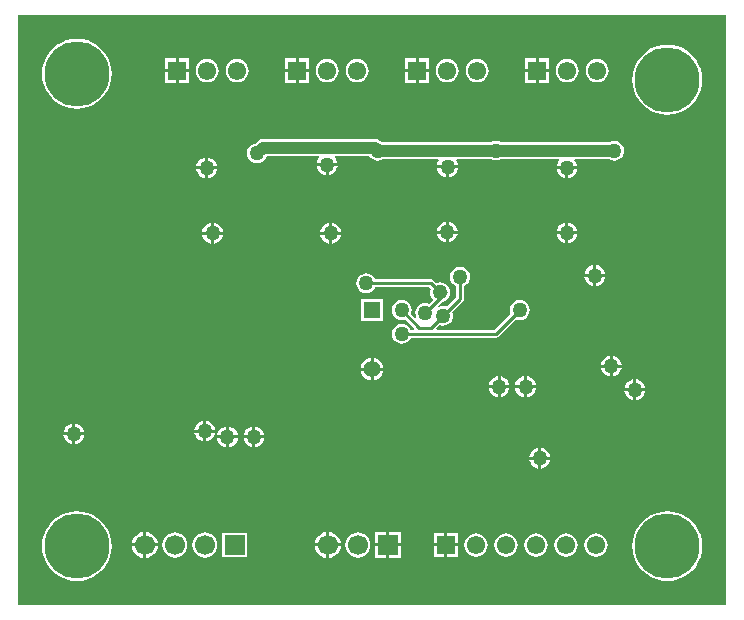
<source format=gbl>
G04*
G04 #@! TF.GenerationSoftware,Altium Limited,Altium Designer,18.1.7 (191)*
G04*
G04 Layer_Physical_Order=2*
G04 Layer_Color=16711680*
%FSLAX25Y25*%
%MOIN*%
G70*
G01*
G75*
%ADD41C,0.01000*%
%ADD42C,0.03937*%
%ADD43C,0.21654*%
%ADD44R,0.06693X0.06693*%
%ADD45C,0.06693*%
%ADD46C,0.06102*%
%ADD47R,0.06102X0.06102*%
%ADD48R,0.05512X0.05512*%
%ADD49C,0.05512*%
%ADD50C,0.05000*%
G36*
X216535Y-177165D02*
X-19685D01*
Y19685D01*
X216535D01*
Y-177165D01*
D02*
G37*
%LPC*%
G36*
X157516Y5110D02*
X153965D01*
Y1559D01*
X157516D01*
Y5110D01*
D02*
G37*
G36*
X152965D02*
X149413D01*
Y1559D01*
X152965D01*
Y5110D01*
D02*
G37*
G36*
X117516D02*
X113965D01*
Y1559D01*
X117516D01*
Y5110D01*
D02*
G37*
G36*
X112965D02*
X109413D01*
Y1559D01*
X112965D01*
Y5110D01*
D02*
G37*
G36*
X77516D02*
X73965D01*
Y1559D01*
X77516D01*
Y5110D01*
D02*
G37*
G36*
X72965D02*
X69413D01*
Y1559D01*
X72965D01*
Y5110D01*
D02*
G37*
G36*
X37516D02*
X33965D01*
Y1559D01*
X37516D01*
Y5110D01*
D02*
G37*
G36*
X32965D02*
X29413D01*
Y1559D01*
X32965D01*
Y5110D01*
D02*
G37*
G36*
X173465Y4931D02*
X172462Y4799D01*
X171529Y4412D01*
X170727Y3797D01*
X170112Y2995D01*
X169725Y2061D01*
X169593Y1059D01*
X169725Y57D01*
X170112Y-877D01*
X170727Y-1679D01*
X171529Y-2294D01*
X172462Y-2681D01*
X173465Y-2813D01*
X174467Y-2681D01*
X175400Y-2294D01*
X176202Y-1679D01*
X176818Y-877D01*
X177204Y57D01*
X177336Y1059D01*
X177204Y2061D01*
X176818Y2995D01*
X176202Y3797D01*
X175400Y4412D01*
X174467Y4799D01*
X173465Y4931D01*
D02*
G37*
G36*
X163465D02*
X162462Y4799D01*
X161529Y4412D01*
X160727Y3797D01*
X160112Y2995D01*
X159725Y2061D01*
X159593Y1059D01*
X159725Y57D01*
X160112Y-877D01*
X160727Y-1679D01*
X161529Y-2294D01*
X162462Y-2681D01*
X163465Y-2813D01*
X164467Y-2681D01*
X165400Y-2294D01*
X166202Y-1679D01*
X166818Y-877D01*
X167204Y57D01*
X167336Y1059D01*
X167204Y2061D01*
X166818Y2995D01*
X166202Y3797D01*
X165400Y4412D01*
X164467Y4799D01*
X163465Y4931D01*
D02*
G37*
G36*
X133465D02*
X132463Y4799D01*
X131529Y4412D01*
X130727Y3797D01*
X130112Y2995D01*
X129725Y2061D01*
X129593Y1059D01*
X129725Y57D01*
X130112Y-877D01*
X130727Y-1679D01*
X131529Y-2294D01*
X132463Y-2681D01*
X133465Y-2813D01*
X134467Y-2681D01*
X135400Y-2294D01*
X136202Y-1679D01*
X136818Y-877D01*
X137204Y57D01*
X137336Y1059D01*
X137204Y2061D01*
X136818Y2995D01*
X136202Y3797D01*
X135400Y4412D01*
X134467Y4799D01*
X133465Y4931D01*
D02*
G37*
G36*
X123465D02*
X122462Y4799D01*
X121529Y4412D01*
X120727Y3797D01*
X120112Y2995D01*
X119725Y2061D01*
X119593Y1059D01*
X119725Y57D01*
X120112Y-877D01*
X120727Y-1679D01*
X121529Y-2294D01*
X122462Y-2681D01*
X123465Y-2813D01*
X124467Y-2681D01*
X125400Y-2294D01*
X126202Y-1679D01*
X126818Y-877D01*
X127204Y57D01*
X127336Y1059D01*
X127204Y2061D01*
X126818Y2995D01*
X126202Y3797D01*
X125400Y4412D01*
X124467Y4799D01*
X123465Y4931D01*
D02*
G37*
G36*
X93465D02*
X92462Y4799D01*
X91529Y4412D01*
X90727Y3797D01*
X90112Y2995D01*
X89725Y2061D01*
X89593Y1059D01*
X89725Y57D01*
X90112Y-877D01*
X90727Y-1679D01*
X91529Y-2294D01*
X92462Y-2681D01*
X93465Y-2813D01*
X94467Y-2681D01*
X95400Y-2294D01*
X96202Y-1679D01*
X96818Y-877D01*
X97204Y57D01*
X97336Y1059D01*
X97204Y2061D01*
X96818Y2995D01*
X96202Y3797D01*
X95400Y4412D01*
X94467Y4799D01*
X93465Y4931D01*
D02*
G37*
G36*
X83465D02*
X82463Y4799D01*
X81529Y4412D01*
X80727Y3797D01*
X80112Y2995D01*
X79725Y2061D01*
X79593Y1059D01*
X79725Y57D01*
X80112Y-877D01*
X80727Y-1679D01*
X81529Y-2294D01*
X82463Y-2681D01*
X83465Y-2813D01*
X84467Y-2681D01*
X85400Y-2294D01*
X86202Y-1679D01*
X86818Y-877D01*
X87204Y57D01*
X87336Y1059D01*
X87204Y2061D01*
X86818Y2995D01*
X86202Y3797D01*
X85400Y4412D01*
X84467Y4799D01*
X83465Y4931D01*
D02*
G37*
G36*
X53465D02*
X52463Y4799D01*
X51529Y4412D01*
X50727Y3797D01*
X50112Y2995D01*
X49725Y2061D01*
X49593Y1059D01*
X49725Y57D01*
X50112Y-877D01*
X50727Y-1679D01*
X51529Y-2294D01*
X52463Y-2681D01*
X53465Y-2813D01*
X54467Y-2681D01*
X55400Y-2294D01*
X56202Y-1679D01*
X56818Y-877D01*
X57204Y57D01*
X57336Y1059D01*
X57204Y2061D01*
X56818Y2995D01*
X56202Y3797D01*
X55400Y4412D01*
X54467Y4799D01*
X53465Y4931D01*
D02*
G37*
G36*
X43465D02*
X42463Y4799D01*
X41529Y4412D01*
X40727Y3797D01*
X40112Y2995D01*
X39725Y2061D01*
X39593Y1059D01*
X39725Y57D01*
X40112Y-877D01*
X40727Y-1679D01*
X41529Y-2294D01*
X42463Y-2681D01*
X43465Y-2813D01*
X44467Y-2681D01*
X45400Y-2294D01*
X46202Y-1679D01*
X46818Y-877D01*
X47204Y57D01*
X47336Y1059D01*
X47204Y2061D01*
X46818Y2995D01*
X46202Y3797D01*
X45400Y4412D01*
X44467Y4799D01*
X43465Y4931D01*
D02*
G37*
G36*
X157516Y559D02*
X153965D01*
Y-2992D01*
X157516D01*
Y559D01*
D02*
G37*
G36*
X152965D02*
X149413D01*
Y-2992D01*
X152965D01*
Y559D01*
D02*
G37*
G36*
X117516D02*
X113965D01*
Y-2992D01*
X117516D01*
Y559D01*
D02*
G37*
G36*
X112965D02*
X109413D01*
Y-2992D01*
X112965D01*
Y559D01*
D02*
G37*
G36*
X77516D02*
X73965D01*
Y-2992D01*
X77516D01*
Y559D01*
D02*
G37*
G36*
X72965D02*
X69413D01*
Y-2992D01*
X72965D01*
Y559D01*
D02*
G37*
G36*
X37516D02*
X33965D01*
Y-2992D01*
X37516D01*
Y559D01*
D02*
G37*
G36*
X32965D02*
X29413D01*
Y-2992D01*
X32965D01*
Y559D01*
D02*
G37*
G36*
X0Y11650D02*
X-1822Y11507D01*
X-3600Y11080D01*
X-5289Y10380D01*
X-6848Y9425D01*
X-8238Y8238D01*
X-9425Y6848D01*
X-10380Y5289D01*
X-11080Y3600D01*
X-11507Y1822D01*
X-11650Y0D01*
X-11507Y-1822D01*
X-11080Y-3600D01*
X-10380Y-5289D01*
X-9425Y-6848D01*
X-8238Y-8238D01*
X-6848Y-9425D01*
X-5289Y-10380D01*
X-3600Y-11080D01*
X-1822Y-11507D01*
X0Y-11650D01*
X1822Y-11507D01*
X3600Y-11080D01*
X5289Y-10380D01*
X6848Y-9425D01*
X8238Y-8238D01*
X9425Y-6848D01*
X10380Y-5289D01*
X11080Y-3600D01*
X11507Y-1822D01*
X11650Y0D01*
X11507Y1822D01*
X11080Y3600D01*
X10380Y5289D01*
X9425Y6848D01*
X8238Y8238D01*
X6848Y9425D01*
X5289Y10380D01*
X3600Y11080D01*
X1822Y11507D01*
X0Y11650D01*
D02*
G37*
G36*
X196850Y9682D02*
X195028Y9538D01*
X193250Y9111D01*
X191561Y8412D01*
X190003Y7457D01*
X188613Y6269D01*
X187425Y4879D01*
X186470Y3320D01*
X185770Y1632D01*
X185344Y-146D01*
X185200Y-1969D01*
X185344Y-3791D01*
X185770Y-5569D01*
X186470Y-7258D01*
X187425Y-8816D01*
X188613Y-10206D01*
X190003Y-11394D01*
X191561Y-12349D01*
X193250Y-13048D01*
X195028Y-13475D01*
X196850Y-13619D01*
X198673Y-13475D01*
X200450Y-13048D01*
X202139Y-12349D01*
X203698Y-11394D01*
X205088Y-10206D01*
X206276Y-8816D01*
X207231Y-7258D01*
X207930Y-5569D01*
X208357Y-3791D01*
X208501Y-1969D01*
X208357Y-146D01*
X207930Y1632D01*
X207231Y3320D01*
X206276Y4879D01*
X205088Y6269D01*
X203698Y7457D01*
X202139Y8412D01*
X200450Y9111D01*
X198673Y9538D01*
X196850Y9682D01*
D02*
G37*
G36*
X99331Y-21827D02*
X62008D01*
X61288Y-21921D01*
X60618Y-22199D01*
X60042Y-22641D01*
X59331Y-23352D01*
X59181Y-23372D01*
X58381Y-23703D01*
X57695Y-24230D01*
X57168Y-24917D01*
X56837Y-25717D01*
X56724Y-26575D01*
X56837Y-27433D01*
X57168Y-28233D01*
X57695Y-28919D01*
X58381Y-29446D01*
X59181Y-29778D01*
X60039Y-29891D01*
X60898Y-29778D01*
X61697Y-29446D01*
X62384Y-28919D01*
X62911Y-28233D01*
X63242Y-27433D01*
X63248Y-27386D01*
X80726D01*
X80887Y-27886D01*
X80407Y-28510D01*
X80055Y-29362D01*
X80000Y-29776D01*
X86929D01*
X86875Y-29362D01*
X86522Y-28510D01*
X86043Y-27886D01*
X86203Y-27386D01*
X97558D01*
X98010Y-27975D01*
X98697Y-28501D01*
X99496Y-28833D01*
X100354Y-28946D01*
X101213Y-28833D01*
X102012Y-28501D01*
X102132Y-28410D01*
X120526D01*
X120772Y-28910D01*
X120565Y-29180D01*
X120212Y-30031D01*
X120158Y-30445D01*
X127086D01*
X127032Y-30031D01*
X126679Y-29180D01*
X126472Y-28910D01*
X126719Y-28410D01*
X138038D01*
X138106Y-28462D01*
X138906Y-28793D01*
X139764Y-28906D01*
X140622Y-28793D01*
X141422Y-28462D01*
X141541Y-28370D01*
X160830D01*
X160991Y-28844D01*
X160890Y-28921D01*
X160329Y-29652D01*
X159976Y-30504D01*
X159922Y-30917D01*
X166850D01*
X166796Y-30504D01*
X166443Y-29652D01*
X165882Y-28921D01*
X165781Y-28844D01*
X165942Y-28370D01*
X177305D01*
X177476Y-28501D01*
X178276Y-28833D01*
X179134Y-28946D01*
X179992Y-28833D01*
X180792Y-28501D01*
X181479Y-27975D01*
X182005Y-27288D01*
X182337Y-26488D01*
X182450Y-25630D01*
X182337Y-24772D01*
X182005Y-23972D01*
X181479Y-23285D01*
X180792Y-22758D01*
X179992Y-22427D01*
X179134Y-22314D01*
X178276Y-22427D01*
X177476Y-22758D01*
X177408Y-22811D01*
X141541D01*
X141422Y-22719D01*
X140622Y-22388D01*
X139764Y-22275D01*
X138906Y-22388D01*
X138106Y-22719D01*
X137935Y-22850D01*
X102132D01*
X102012Y-22758D01*
X101213Y-22427D01*
X100978Y-22396D01*
X100721Y-22199D01*
X100050Y-21921D01*
X99331Y-21827D01*
D02*
G37*
G36*
X43807Y-27874D02*
Y-30839D01*
X46771D01*
X46717Y-30425D01*
X46364Y-29574D01*
X45803Y-28842D01*
X45072Y-28281D01*
X44221Y-27929D01*
X43807Y-27874D01*
D02*
G37*
G36*
X42807D02*
X42393Y-27929D01*
X41542Y-28281D01*
X40811Y-28842D01*
X40250Y-29574D01*
X39897Y-30425D01*
X39843Y-30839D01*
X42807D01*
Y-27874D01*
D02*
G37*
G36*
X86929Y-30776D02*
X83965D01*
Y-33740D01*
X84378Y-33685D01*
X85230Y-33333D01*
X85961Y-32772D01*
X86522Y-32041D01*
X86875Y-31189D01*
X86929Y-30776D01*
D02*
G37*
G36*
X82965D02*
X80000D01*
X80055Y-31189D01*
X80407Y-32041D01*
X80968Y-32772D01*
X81700Y-33333D01*
X82551Y-33685D01*
X82965Y-33740D01*
Y-30776D01*
D02*
G37*
G36*
X127086Y-31445D02*
X124122D01*
Y-34409D01*
X124536Y-34355D01*
X125387Y-34002D01*
X126118Y-33441D01*
X126679Y-32710D01*
X127032Y-31859D01*
X127086Y-31445D01*
D02*
G37*
G36*
X123122D02*
X120158D01*
X120212Y-31859D01*
X120565Y-32710D01*
X121126Y-33441D01*
X121857Y-34002D01*
X122708Y-34355D01*
X123122Y-34409D01*
Y-31445D01*
D02*
G37*
G36*
X46771Y-31839D02*
X43807D01*
Y-34803D01*
X44221Y-34749D01*
X45072Y-34396D01*
X45803Y-33835D01*
X46364Y-33104D01*
X46717Y-32252D01*
X46771Y-31839D01*
D02*
G37*
G36*
X42807D02*
X39843D01*
X39897Y-32252D01*
X40250Y-33104D01*
X40811Y-33835D01*
X41542Y-34396D01*
X42393Y-34749D01*
X42807Y-34803D01*
Y-31839D01*
D02*
G37*
G36*
X166850Y-31917D02*
X163886D01*
Y-34882D01*
X164299Y-34827D01*
X165151Y-34475D01*
X165882Y-33914D01*
X166443Y-33182D01*
X166796Y-32331D01*
X166850Y-31917D01*
D02*
G37*
G36*
X162886D02*
X159922D01*
X159976Y-32331D01*
X160329Y-33182D01*
X160890Y-33914D01*
X161621Y-34475D01*
X162472Y-34827D01*
X162886Y-34882D01*
Y-31917D01*
D02*
G37*
G36*
X123965Y-49292D02*
Y-52256D01*
X126929D01*
X126874Y-51842D01*
X126522Y-50991D01*
X125961Y-50260D01*
X125230Y-49699D01*
X124378Y-49346D01*
X123965Y-49292D01*
D02*
G37*
G36*
X122965D02*
X122551Y-49346D01*
X121700Y-49699D01*
X120968Y-50260D01*
X120407Y-50991D01*
X120055Y-51842D01*
X120000Y-52256D01*
X122965D01*
Y-49292D01*
D02*
G37*
G36*
X163886Y-49606D02*
Y-52571D01*
X166850D01*
X166796Y-52157D01*
X166443Y-51306D01*
X165882Y-50575D01*
X165151Y-50014D01*
X164299Y-49661D01*
X163886Y-49606D01*
D02*
G37*
G36*
X162886D02*
X162472Y-49661D01*
X161621Y-50014D01*
X160890Y-50575D01*
X160329Y-51306D01*
X159976Y-52157D01*
X159922Y-52571D01*
X162886D01*
Y-49606D01*
D02*
G37*
G36*
X85146Y-49685D02*
Y-52650D01*
X88110D01*
X88056Y-52236D01*
X87703Y-51385D01*
X87142Y-50653D01*
X86411Y-50092D01*
X85559Y-49740D01*
X85146Y-49685D01*
D02*
G37*
G36*
X84146D02*
X83732Y-49740D01*
X82881Y-50092D01*
X82149Y-50653D01*
X81588Y-51385D01*
X81236Y-52236D01*
X81181Y-52650D01*
X84146D01*
Y-49685D01*
D02*
G37*
G36*
X45776D02*
Y-52650D01*
X48740D01*
X48686Y-52236D01*
X48333Y-51385D01*
X47772Y-50653D01*
X47041Y-50092D01*
X46189Y-49740D01*
X45776Y-49685D01*
D02*
G37*
G36*
X44776D02*
X44362Y-49740D01*
X43510Y-50092D01*
X42779Y-50653D01*
X42218Y-51385D01*
X41866Y-52236D01*
X41811Y-52650D01*
X44776D01*
Y-49685D01*
D02*
G37*
G36*
X126929Y-53256D02*
X123965D01*
Y-56220D01*
X124378Y-56166D01*
X125230Y-55813D01*
X125961Y-55252D01*
X126522Y-54521D01*
X126874Y-53670D01*
X126929Y-53256D01*
D02*
G37*
G36*
X122965D02*
X120000D01*
X120055Y-53670D01*
X120407Y-54521D01*
X120968Y-55252D01*
X121700Y-55813D01*
X122551Y-56166D01*
X122965Y-56220D01*
Y-53256D01*
D02*
G37*
G36*
X166850Y-53571D02*
X163886D01*
Y-56535D01*
X164299Y-56481D01*
X165151Y-56128D01*
X165882Y-55567D01*
X166443Y-54836D01*
X166796Y-53984D01*
X166850Y-53571D01*
D02*
G37*
G36*
X162886D02*
X159922D01*
X159976Y-53984D01*
X160329Y-54836D01*
X160890Y-55567D01*
X161621Y-56128D01*
X162472Y-56481D01*
X162886Y-56535D01*
Y-53571D01*
D02*
G37*
G36*
X88110Y-53650D02*
X85146D01*
Y-56614D01*
X85559Y-56559D01*
X86411Y-56207D01*
X87142Y-55646D01*
X87703Y-54915D01*
X88056Y-54063D01*
X88110Y-53650D01*
D02*
G37*
G36*
X84146D02*
X81181D01*
X81236Y-54063D01*
X81588Y-54915D01*
X82149Y-55646D01*
X82881Y-56207D01*
X83732Y-56559D01*
X84146Y-56614D01*
Y-53650D01*
D02*
G37*
G36*
X48740D02*
X45776D01*
Y-56614D01*
X46189Y-56559D01*
X47041Y-56207D01*
X47772Y-55646D01*
X48333Y-54915D01*
X48686Y-54063D01*
X48740Y-53650D01*
D02*
G37*
G36*
X44776D02*
X41811D01*
X41866Y-54063D01*
X42218Y-54915D01*
X42779Y-55646D01*
X43510Y-56207D01*
X44362Y-56559D01*
X44776Y-56614D01*
Y-53650D01*
D02*
G37*
G36*
X173197Y-63839D02*
Y-66803D01*
X176161D01*
X176107Y-66390D01*
X175754Y-65538D01*
X175193Y-64807D01*
X174462Y-64246D01*
X173610Y-63893D01*
X173197Y-63839D01*
D02*
G37*
G36*
X172197D02*
X171783Y-63893D01*
X170932Y-64246D01*
X170201Y-64807D01*
X169640Y-65538D01*
X169287Y-66390D01*
X169232Y-66803D01*
X172197D01*
Y-63839D01*
D02*
G37*
G36*
X176161Y-67803D02*
X173197D01*
Y-70767D01*
X173610Y-70713D01*
X174462Y-70360D01*
X175193Y-69799D01*
X175754Y-69068D01*
X176107Y-68217D01*
X176161Y-67803D01*
D02*
G37*
G36*
X172197D02*
X169232D01*
X169287Y-68217D01*
X169640Y-69068D01*
X170201Y-69799D01*
X170932Y-70360D01*
X171783Y-70713D01*
X172197Y-70767D01*
Y-67803D01*
D02*
G37*
G36*
X127756Y-64361D02*
X126898Y-64474D01*
X126098Y-64806D01*
X125411Y-65333D01*
X124884Y-66019D01*
X124553Y-66819D01*
X124440Y-67677D01*
X124553Y-68535D01*
X124884Y-69335D01*
X125411Y-70022D01*
X126098Y-70549D01*
X126443Y-70692D01*
Y-74456D01*
X123251Y-77649D01*
X122905Y-77506D01*
X122047Y-77393D01*
X121189Y-77506D01*
X120736Y-77693D01*
X120453Y-77270D01*
X121649Y-76073D01*
X121921Y-76037D01*
X122721Y-75706D01*
X123408Y-75179D01*
X123934Y-74493D01*
X124266Y-73693D01*
X124379Y-72835D01*
X124266Y-71977D01*
X123934Y-71177D01*
X123408Y-70490D01*
X122721Y-69963D01*
X121921Y-69632D01*
X121063Y-69519D01*
X120205Y-69632D01*
X119860Y-69775D01*
X119038Y-68954D01*
X118613Y-68669D01*
X118110Y-68569D01*
X99471D01*
X99328Y-68224D01*
X98801Y-67537D01*
X98115Y-67010D01*
X97315Y-66679D01*
X96457Y-66566D01*
X95599Y-66679D01*
X94799Y-67010D01*
X94112Y-67537D01*
X93585Y-68224D01*
X93254Y-69024D01*
X93141Y-69882D01*
X93254Y-70740D01*
X93585Y-71540D01*
X94112Y-72227D01*
X94799Y-72753D01*
X95599Y-73085D01*
X96457Y-73198D01*
X97315Y-73085D01*
X98115Y-72753D01*
X98801Y-72227D01*
X99328Y-71540D01*
X99471Y-71194D01*
X117567D01*
X118003Y-71631D01*
X117860Y-71977D01*
X117747Y-72835D01*
X117860Y-73693D01*
X118192Y-74493D01*
X118718Y-75179D01*
X118725Y-75284D01*
X117345Y-76665D01*
X117000Y-76522D01*
X116142Y-76409D01*
X115284Y-76522D01*
X114484Y-76853D01*
X113797Y-77380D01*
X113270Y-78066D01*
X112939Y-78866D01*
X112826Y-79724D01*
X112939Y-80583D01*
X113127Y-81036D01*
X112703Y-81319D01*
X111327Y-79943D01*
X111470Y-79598D01*
X111583Y-78740D01*
X111470Y-77882D01*
X111139Y-77082D01*
X110612Y-76395D01*
X109925Y-75868D01*
X109126Y-75537D01*
X108267Y-75424D01*
X107409Y-75537D01*
X106610Y-75868D01*
X105923Y-76395D01*
X105396Y-77082D01*
X105065Y-77882D01*
X104952Y-78740D01*
X105065Y-79598D01*
X105396Y-80398D01*
X105923Y-81085D01*
X106610Y-81612D01*
X107409Y-81943D01*
X108267Y-82056D01*
X109126Y-81943D01*
X109471Y-81800D01*
X112511Y-84840D01*
X112319Y-85302D01*
X111282D01*
X111139Y-84956D01*
X110612Y-84270D01*
X109926Y-83743D01*
X109126Y-83411D01*
X108268Y-83298D01*
X107410Y-83411D01*
X106610Y-83743D01*
X105923Y-84270D01*
X105396Y-84956D01*
X105065Y-85756D01*
X104952Y-86614D01*
X105065Y-87472D01*
X105396Y-88272D01*
X105923Y-88959D01*
X106610Y-89486D01*
X107410Y-89817D01*
X108268Y-89930D01*
X109126Y-89817D01*
X109926Y-89486D01*
X110612Y-88959D01*
X111139Y-88272D01*
X111282Y-87927D01*
X139764D01*
X140266Y-87827D01*
X140692Y-87542D01*
X146434Y-81800D01*
X146780Y-81943D01*
X147638Y-82056D01*
X148496Y-81943D01*
X149296Y-81612D01*
X149982Y-81085D01*
X150509Y-80398D01*
X150841Y-79598D01*
X150954Y-78740D01*
X150841Y-77882D01*
X150509Y-77082D01*
X149982Y-76396D01*
X149296Y-75869D01*
X148496Y-75537D01*
X147638Y-75424D01*
X146780Y-75537D01*
X145980Y-75869D01*
X145293Y-76396D01*
X144766Y-77082D01*
X144435Y-77882D01*
X144322Y-78740D01*
X144435Y-79598D01*
X144578Y-79944D01*
X139220Y-85302D01*
X119964D01*
X119773Y-84840D01*
X120844Y-83768D01*
X121189Y-83912D01*
X122047Y-84024D01*
X122905Y-83912D01*
X123705Y-83580D01*
X124392Y-83053D01*
X124919Y-82367D01*
X125250Y-81567D01*
X125363Y-80709D01*
X125250Y-79851D01*
X125107Y-79505D01*
X128684Y-75928D01*
X128969Y-75502D01*
X129069Y-75000D01*
Y-70692D01*
X129414Y-70549D01*
X130101Y-70022D01*
X130627Y-69335D01*
X130959Y-68535D01*
X131072Y-67677D01*
X130959Y-66819D01*
X130627Y-66019D01*
X130101Y-65333D01*
X129414Y-64806D01*
X128614Y-64474D01*
X127756Y-64361D01*
D02*
G37*
G36*
X101969Y-75197D02*
X94882D01*
Y-82284D01*
X101969D01*
Y-75197D01*
D02*
G37*
G36*
X178650Y-93977D02*
Y-96941D01*
X181614D01*
X181560Y-96527D01*
X181207Y-95676D01*
X180646Y-94945D01*
X179915Y-94384D01*
X179063Y-94031D01*
X178650Y-93977D01*
D02*
G37*
G36*
X177650D02*
X177236Y-94031D01*
X176384Y-94384D01*
X175653Y-94945D01*
X175092Y-95676D01*
X174740Y-96527D01*
X174685Y-96941D01*
X177650D01*
Y-93977D01*
D02*
G37*
G36*
X98925Y-94703D02*
Y-97925D01*
X102148D01*
X102084Y-97445D01*
X101706Y-96531D01*
X101104Y-95746D01*
X100319Y-95144D01*
X99406Y-94766D01*
X98925Y-94703D01*
D02*
G37*
G36*
X97925Y-94703D02*
X97445Y-94766D01*
X96531Y-95144D01*
X95746Y-95746D01*
X95144Y-96531D01*
X94766Y-97445D01*
X94703Y-97925D01*
X97925D01*
Y-94703D01*
D02*
G37*
G36*
X181614Y-97941D02*
X178650D01*
Y-100905D01*
X179063Y-100851D01*
X179915Y-100498D01*
X180646Y-99937D01*
X181207Y-99206D01*
X181560Y-98355D01*
X181614Y-97941D01*
D02*
G37*
G36*
X177650D02*
X174685D01*
X174740Y-98355D01*
X175092Y-99206D01*
X175653Y-99937D01*
X176384Y-100498D01*
X177236Y-100851D01*
X177650Y-100905D01*
Y-97941D01*
D02*
G37*
G36*
X97925Y-98925D02*
X94703D01*
X94766Y-99406D01*
X95144Y-100319D01*
X95746Y-101104D01*
X96531Y-101706D01*
X97445Y-102084D01*
X97925Y-102148D01*
Y-98925D01*
D02*
G37*
G36*
X102148D02*
X98925D01*
Y-102148D01*
X99406Y-102084D01*
X100319Y-101706D01*
X101104Y-101104D01*
X101706Y-100319D01*
X102084Y-99406D01*
X102148Y-98925D01*
D02*
G37*
G36*
X150106Y-100866D02*
Y-103831D01*
X153071D01*
X153016Y-103417D01*
X152664Y-102566D01*
X152102Y-101834D01*
X151371Y-101274D01*
X150520Y-100921D01*
X150106Y-100866D01*
D02*
G37*
G36*
X149106D02*
X148693Y-100921D01*
X147841Y-101274D01*
X147110Y-101834D01*
X146549Y-102566D01*
X146196Y-103417D01*
X146142Y-103831D01*
X149106D01*
Y-100866D01*
D02*
G37*
G36*
X141248D02*
Y-103831D01*
X144212D01*
X144158Y-103417D01*
X143805Y-102566D01*
X143244Y-101834D01*
X142513Y-101274D01*
X141662Y-100921D01*
X141248Y-100866D01*
D02*
G37*
G36*
X140248D02*
X139834Y-100921D01*
X138983Y-101274D01*
X138252Y-101834D01*
X137691Y-102566D01*
X137338Y-103417D01*
X137284Y-103831D01*
X140248D01*
Y-100866D01*
D02*
G37*
G36*
X186523Y-101850D02*
Y-104815D01*
X189488D01*
X189433Y-104401D01*
X189081Y-103550D01*
X188520Y-102819D01*
X187788Y-102258D01*
X186937Y-101905D01*
X186523Y-101850D01*
D02*
G37*
G36*
X185523D02*
X185110Y-101905D01*
X184258Y-102258D01*
X183527Y-102819D01*
X182966Y-103550D01*
X182613Y-104401D01*
X182559Y-104815D01*
X185523D01*
Y-101850D01*
D02*
G37*
G36*
X153071Y-104831D02*
X150106D01*
Y-107795D01*
X150520Y-107741D01*
X151371Y-107388D01*
X152102Y-106827D01*
X152664Y-106096D01*
X153016Y-105244D01*
X153071Y-104831D01*
D02*
G37*
G36*
X149106D02*
X146142D01*
X146196Y-105244D01*
X146549Y-106096D01*
X147110Y-106827D01*
X147841Y-107388D01*
X148693Y-107741D01*
X149106Y-107795D01*
Y-104831D01*
D02*
G37*
G36*
X144212D02*
X141248D01*
Y-107795D01*
X141662Y-107741D01*
X142513Y-107388D01*
X143244Y-106827D01*
X143805Y-106096D01*
X144158Y-105244D01*
X144212Y-104831D01*
D02*
G37*
G36*
X140248D02*
X137284D01*
X137338Y-105244D01*
X137691Y-106096D01*
X138252Y-106827D01*
X138983Y-107388D01*
X139834Y-107741D01*
X140248Y-107795D01*
Y-104831D01*
D02*
G37*
G36*
X189488Y-105815D02*
X186523D01*
Y-108779D01*
X186937Y-108725D01*
X187788Y-108372D01*
X188520Y-107811D01*
X189081Y-107080D01*
X189433Y-106228D01*
X189488Y-105815D01*
D02*
G37*
G36*
X185523D02*
X182559D01*
X182613Y-106228D01*
X182966Y-107080D01*
X183527Y-107811D01*
X184258Y-108372D01*
X185110Y-108725D01*
X185523Y-108779D01*
Y-105815D01*
D02*
G37*
G36*
X43177Y-115630D02*
Y-118595D01*
X46142D01*
X46087Y-118181D01*
X45734Y-117329D01*
X45173Y-116598D01*
X44442Y-116037D01*
X43591Y-115685D01*
X43177Y-115630D01*
D02*
G37*
G36*
X42177D02*
X41763Y-115685D01*
X40912Y-116037D01*
X40181Y-116598D01*
X39620Y-117329D01*
X39267Y-118181D01*
X39213Y-118595D01*
X42177D01*
Y-115630D01*
D02*
G37*
G36*
X-484Y-116614D02*
Y-119579D01*
X2480D01*
X2426Y-119165D01*
X2073Y-118314D01*
X1512Y-117582D01*
X781Y-117022D01*
X-71Y-116669D01*
X-484Y-116614D01*
D02*
G37*
G36*
X-1484D02*
X-1898Y-116669D01*
X-2749Y-117022D01*
X-3480Y-117582D01*
X-4042Y-118314D01*
X-4394Y-119165D01*
X-4449Y-119579D01*
X-1484D01*
Y-116614D01*
D02*
G37*
G36*
X59555Y-117599D02*
Y-120563D01*
X62520D01*
X62465Y-120149D01*
X62112Y-119298D01*
X61551Y-118567D01*
X60820Y-118006D01*
X59969Y-117653D01*
X59555Y-117599D01*
D02*
G37*
G36*
X58555D02*
X58141Y-117653D01*
X57290Y-118006D01*
X56559Y-118567D01*
X55998Y-119298D01*
X55645Y-120149D01*
X55591Y-120563D01*
X58555D01*
Y-117599D01*
D02*
G37*
G36*
X50697Y-117599D02*
Y-120563D01*
X53661D01*
X53607Y-120149D01*
X53254Y-119298D01*
X52693Y-118567D01*
X51962Y-118006D01*
X51111Y-117653D01*
X50697Y-117599D01*
D02*
G37*
G36*
X49697D02*
X49283Y-117653D01*
X48432Y-118006D01*
X47701Y-118567D01*
X47140Y-119298D01*
X46787Y-120149D01*
X46733Y-120563D01*
X49697D01*
Y-117599D01*
D02*
G37*
G36*
X46142Y-119595D02*
X43177D01*
Y-122559D01*
X43591Y-122504D01*
X44442Y-122152D01*
X45173Y-121591D01*
X45734Y-120860D01*
X46087Y-120008D01*
X46142Y-119595D01*
D02*
G37*
G36*
X42177D02*
X39213D01*
X39267Y-120008D01*
X39620Y-120860D01*
X40181Y-121591D01*
X40912Y-122152D01*
X41763Y-122504D01*
X42177Y-122559D01*
Y-119595D01*
D02*
G37*
G36*
X2480Y-120579D02*
X-484D01*
Y-123543D01*
X-71Y-123489D01*
X781Y-123136D01*
X1512Y-122575D01*
X2073Y-121844D01*
X2426Y-120992D01*
X2480Y-120579D01*
D02*
G37*
G36*
X-1484D02*
X-4449D01*
X-4394Y-120992D01*
X-4042Y-121844D01*
X-3480Y-122575D01*
X-2749Y-123136D01*
X-1898Y-123489D01*
X-1484Y-123543D01*
Y-120579D01*
D02*
G37*
G36*
X62520Y-121563D02*
X59555D01*
Y-124527D01*
X59969Y-124473D01*
X60820Y-124120D01*
X61551Y-123559D01*
X62112Y-122828D01*
X62465Y-121977D01*
X62520Y-121563D01*
D02*
G37*
G36*
X58555D02*
X55591D01*
X55645Y-121977D01*
X55998Y-122828D01*
X56559Y-123559D01*
X57290Y-124120D01*
X58141Y-124473D01*
X58555Y-124527D01*
Y-121563D01*
D02*
G37*
G36*
X53661Y-121563D02*
X50697D01*
Y-124527D01*
X51111Y-124473D01*
X51962Y-124120D01*
X52693Y-123559D01*
X53254Y-122828D01*
X53607Y-121977D01*
X53661Y-121563D01*
D02*
G37*
G36*
X49697D02*
X46733D01*
X46787Y-121977D01*
X47140Y-122828D01*
X47701Y-123559D01*
X48432Y-124120D01*
X49283Y-124473D01*
X49697Y-124527D01*
Y-121563D01*
D02*
G37*
G36*
X154831Y-124685D02*
Y-127650D01*
X157795D01*
X157741Y-127236D01*
X157388Y-126384D01*
X156827Y-125653D01*
X156096Y-125092D01*
X155244Y-124740D01*
X154831Y-124685D01*
D02*
G37*
G36*
X153831D02*
X153417Y-124740D01*
X152566Y-125092D01*
X151834Y-125653D01*
X151274Y-126384D01*
X150921Y-127236D01*
X150866Y-127650D01*
X153831D01*
Y-124685D01*
D02*
G37*
G36*
X157795Y-128650D02*
X154831D01*
Y-131614D01*
X155244Y-131560D01*
X156096Y-131207D01*
X156827Y-130646D01*
X157388Y-129915D01*
X157741Y-129063D01*
X157795Y-128650D01*
D02*
G37*
G36*
X153831D02*
X150866D01*
X150921Y-129063D01*
X151274Y-129915D01*
X151834Y-130646D01*
X152566Y-131207D01*
X153417Y-131560D01*
X153831Y-131614D01*
Y-128650D01*
D02*
G37*
G36*
X127122Y-153035D02*
X123571D01*
Y-156587D01*
X127122D01*
Y-153035D01*
D02*
G37*
G36*
X122571D02*
X119020D01*
Y-156587D01*
X122571D01*
Y-153035D01*
D02*
G37*
G36*
X108047Y-152740D02*
X104201D01*
Y-156587D01*
X108047D01*
Y-152740D01*
D02*
G37*
G36*
X84201Y-152769D02*
Y-156587D01*
X88019D01*
X87935Y-155952D01*
X87497Y-154895D01*
X86801Y-153987D01*
X85893Y-153290D01*
X84835Y-152852D01*
X84201Y-152769D01*
D02*
G37*
G36*
X83201Y-152769D02*
X82566Y-152852D01*
X81509Y-153290D01*
X80601Y-153987D01*
X79904Y-154895D01*
X79466Y-155952D01*
X79383Y-156587D01*
X83201D01*
Y-152769D01*
D02*
G37*
G36*
X103201Y-152740D02*
X99354D01*
Y-156587D01*
X103201D01*
Y-152740D01*
D02*
G37*
G36*
X23177Y-152769D02*
Y-156587D01*
X26995D01*
X26912Y-155952D01*
X26474Y-154895D01*
X25777Y-153987D01*
X24869Y-153290D01*
X23812Y-152852D01*
X23177Y-152769D01*
D02*
G37*
G36*
X22177Y-152769D02*
X21542Y-152852D01*
X20485Y-153290D01*
X19577Y-153987D01*
X18881Y-154895D01*
X18443Y-155952D01*
X18359Y-156587D01*
X22177D01*
Y-152769D01*
D02*
G37*
G36*
X173071Y-153215D02*
X172069Y-153347D01*
X171135Y-153734D01*
X170333Y-154349D01*
X169718Y-155151D01*
X169331Y-156085D01*
X169199Y-157087D01*
X169331Y-158089D01*
X169718Y-159022D01*
X170333Y-159824D01*
X171135Y-160440D01*
X172069Y-160826D01*
X173071Y-160958D01*
X174073Y-160826D01*
X175007Y-160440D01*
X175809Y-159824D01*
X176424Y-159022D01*
X176811Y-158089D01*
X176943Y-157087D01*
X176811Y-156085D01*
X176424Y-155151D01*
X175809Y-154349D01*
X175007Y-153734D01*
X174073Y-153347D01*
X173071Y-153215D01*
D02*
G37*
G36*
X163071D02*
X162069Y-153347D01*
X161135Y-153734D01*
X160333Y-154349D01*
X159718Y-155151D01*
X159331Y-156085D01*
X159199Y-157087D01*
X159331Y-158089D01*
X159718Y-159022D01*
X160333Y-159824D01*
X161135Y-160440D01*
X162069Y-160826D01*
X163071Y-160958D01*
X164073Y-160826D01*
X165007Y-160440D01*
X165809Y-159824D01*
X166424Y-159022D01*
X166811Y-158089D01*
X166943Y-157087D01*
X166811Y-156085D01*
X166424Y-155151D01*
X165809Y-154349D01*
X165007Y-153734D01*
X164073Y-153347D01*
X163071Y-153215D01*
D02*
G37*
G36*
X153071D02*
X152069Y-153347D01*
X151135Y-153734D01*
X150333Y-154349D01*
X149718Y-155151D01*
X149331Y-156085D01*
X149199Y-157087D01*
X149331Y-158089D01*
X149718Y-159022D01*
X150333Y-159824D01*
X151135Y-160440D01*
X152069Y-160826D01*
X153071Y-160958D01*
X154073Y-160826D01*
X155007Y-160440D01*
X155809Y-159824D01*
X156424Y-159022D01*
X156811Y-158089D01*
X156943Y-157087D01*
X156811Y-156085D01*
X156424Y-155151D01*
X155809Y-154349D01*
X155007Y-153734D01*
X154073Y-153347D01*
X153071Y-153215D01*
D02*
G37*
G36*
X143071D02*
X142069Y-153347D01*
X141135Y-153734D01*
X140333Y-154349D01*
X139718Y-155151D01*
X139331Y-156085D01*
X139199Y-157087D01*
X139331Y-158089D01*
X139718Y-159022D01*
X140333Y-159824D01*
X141135Y-160440D01*
X142069Y-160826D01*
X143071Y-160958D01*
X144073Y-160826D01*
X145007Y-160440D01*
X145809Y-159824D01*
X146424Y-159022D01*
X146811Y-158089D01*
X146943Y-157087D01*
X146811Y-156085D01*
X146424Y-155151D01*
X145809Y-154349D01*
X145007Y-153734D01*
X144073Y-153347D01*
X143071Y-153215D01*
D02*
G37*
G36*
X133071D02*
X132069Y-153347D01*
X131135Y-153734D01*
X130333Y-154349D01*
X129718Y-155151D01*
X129331Y-156085D01*
X129199Y-157087D01*
X129331Y-158089D01*
X129718Y-159022D01*
X130333Y-159824D01*
X131135Y-160440D01*
X132069Y-160826D01*
X133071Y-160958D01*
X134073Y-160826D01*
X135007Y-160440D01*
X135809Y-159824D01*
X136424Y-159022D01*
X136811Y-158089D01*
X136943Y-157087D01*
X136811Y-156085D01*
X136424Y-155151D01*
X135809Y-154349D01*
X135007Y-153734D01*
X134073Y-153347D01*
X133071Y-153215D01*
D02*
G37*
G36*
X127122Y-157587D02*
X123571D01*
Y-161138D01*
X127122D01*
Y-157587D01*
D02*
G37*
G36*
X122571D02*
X119020D01*
Y-161138D01*
X122571D01*
Y-157587D01*
D02*
G37*
G36*
X56811Y-152953D02*
X48543D01*
Y-161221D01*
X56811D01*
Y-152953D01*
D02*
G37*
G36*
X42677Y-152917D02*
X41598Y-153059D01*
X40592Y-153476D01*
X39729Y-154138D01*
X39066Y-155002D01*
X38650Y-156008D01*
X38508Y-157087D01*
X38650Y-158166D01*
X39066Y-159171D01*
X39729Y-160035D01*
X40592Y-160697D01*
X41598Y-161114D01*
X42677Y-161256D01*
X43756Y-161114D01*
X44762Y-160697D01*
X45625Y-160035D01*
X46288Y-159171D01*
X46705Y-158166D01*
X46847Y-157087D01*
X46705Y-156008D01*
X46288Y-155002D01*
X45625Y-154138D01*
X44762Y-153476D01*
X43756Y-153059D01*
X42677Y-152917D01*
D02*
G37*
G36*
X32677D02*
X31598Y-153059D01*
X30592Y-153476D01*
X29729Y-154138D01*
X29066Y-155002D01*
X28650Y-156008D01*
X28508Y-157087D01*
X28650Y-158166D01*
X29066Y-159171D01*
X29729Y-160035D01*
X30592Y-160697D01*
X31598Y-161114D01*
X32677Y-161256D01*
X33756Y-161114D01*
X34762Y-160697D01*
X35625Y-160035D01*
X36288Y-159171D01*
X36705Y-158166D01*
X36847Y-157087D01*
X36705Y-156008D01*
X36288Y-155002D01*
X35625Y-154138D01*
X34762Y-153476D01*
X33756Y-153059D01*
X32677Y-152917D01*
D02*
G37*
G36*
X93701Y-152917D02*
X92622Y-153059D01*
X91616Y-153476D01*
X90753Y-154138D01*
X90090Y-155002D01*
X89673Y-156008D01*
X89531Y-157087D01*
X89673Y-158166D01*
X90090Y-159171D01*
X90753Y-160035D01*
X91616Y-160697D01*
X92622Y-161114D01*
X93701Y-161256D01*
X94780Y-161114D01*
X95786Y-160697D01*
X96649Y-160035D01*
X97312Y-159171D01*
X97728Y-158166D01*
X97870Y-157087D01*
X97728Y-156008D01*
X97312Y-155002D01*
X96649Y-154138D01*
X95786Y-153476D01*
X94780Y-153059D01*
X93701Y-152917D01*
D02*
G37*
G36*
X22177Y-157587D02*
X18359D01*
X18443Y-158221D01*
X18881Y-159279D01*
X19577Y-160187D01*
X20485Y-160883D01*
X21542Y-161321D01*
X22177Y-161405D01*
Y-157587D01*
D02*
G37*
G36*
X26995D02*
X23177D01*
Y-161405D01*
X23812Y-161321D01*
X24869Y-160883D01*
X25777Y-160187D01*
X26474Y-159279D01*
X26912Y-158221D01*
X26995Y-157587D01*
D02*
G37*
G36*
X88019Y-157587D02*
X84201D01*
Y-161405D01*
X84835Y-161321D01*
X85893Y-160883D01*
X86801Y-160187D01*
X87497Y-159279D01*
X87935Y-158221D01*
X88019Y-157587D01*
D02*
G37*
G36*
X83201D02*
X79383D01*
X79466Y-158221D01*
X79904Y-159279D01*
X80601Y-160187D01*
X81509Y-160883D01*
X82566Y-161321D01*
X83201Y-161405D01*
Y-157587D01*
D02*
G37*
G36*
X108047D02*
X104201D01*
Y-161433D01*
X108047D01*
Y-157587D01*
D02*
G37*
G36*
X103201D02*
X99354D01*
Y-161433D01*
X103201D01*
Y-157587D01*
D02*
G37*
G36*
X196850Y-145830D02*
X195028Y-145974D01*
X193250Y-146400D01*
X191561Y-147100D01*
X190003Y-148055D01*
X188613Y-149242D01*
X187425Y-150633D01*
X186470Y-152191D01*
X185770Y-153880D01*
X185344Y-155658D01*
X185200Y-157480D01*
X185344Y-159303D01*
X185770Y-161080D01*
X186470Y-162769D01*
X187425Y-164328D01*
X188613Y-165718D01*
X190003Y-166905D01*
X191561Y-167861D01*
X193250Y-168560D01*
X195028Y-168987D01*
X196850Y-169130D01*
X198673Y-168987D01*
X200450Y-168560D01*
X202139Y-167861D01*
X203698Y-166905D01*
X205088Y-165718D01*
X206276Y-164328D01*
X207231Y-162769D01*
X207930Y-161080D01*
X208357Y-159303D01*
X208501Y-157480D01*
X208357Y-155658D01*
X207930Y-153880D01*
X207231Y-152191D01*
X206276Y-150633D01*
X205088Y-149242D01*
X203698Y-148055D01*
X202139Y-147100D01*
X200450Y-146400D01*
X198673Y-145974D01*
X196850Y-145830D01*
D02*
G37*
G36*
X0D02*
X-1822Y-145974D01*
X-3600Y-146400D01*
X-5289Y-147100D01*
X-6848Y-148055D01*
X-8238Y-149242D01*
X-9425Y-150633D01*
X-10380Y-152191D01*
X-11080Y-153880D01*
X-11507Y-155658D01*
X-11650Y-157480D01*
X-11507Y-159303D01*
X-11080Y-161080D01*
X-10380Y-162769D01*
X-9425Y-164328D01*
X-8238Y-165718D01*
X-6848Y-166905D01*
X-5289Y-167861D01*
X-3600Y-168560D01*
X-1822Y-168987D01*
X0Y-169130D01*
X1822Y-168987D01*
X3600Y-168560D01*
X5289Y-167861D01*
X6848Y-166905D01*
X8238Y-165718D01*
X9425Y-164328D01*
X10380Y-162769D01*
X11080Y-161080D01*
X11507Y-159303D01*
X11650Y-157480D01*
X11507Y-155658D01*
X11080Y-153880D01*
X10380Y-152191D01*
X9425Y-150633D01*
X8238Y-149242D01*
X6848Y-148055D01*
X5289Y-147100D01*
X3600Y-146400D01*
X1822Y-145974D01*
X0Y-145830D01*
D02*
G37*
%LPD*%
D41*
X139764Y-86614D02*
X147638Y-78740D01*
X108268Y-86614D02*
X139764D01*
X116142Y-79724D02*
X123031Y-72835D01*
X118110Y-84646D02*
X122047Y-80709D01*
X108267Y-78740D02*
X114173Y-84646D01*
X118110D01*
X122047Y-80709D02*
X127756Y-75000D01*
X118110Y-69882D02*
X121063Y-72835D01*
X96457Y-69882D02*
X118110D01*
X127756Y-75000D02*
Y-67677D01*
X121063Y-72835D02*
X123031D01*
D42*
X179095Y-25591D02*
X179134Y-25630D01*
X139764Y-25591D02*
X179095D01*
X139724Y-25630D02*
X139764Y-25591D01*
X100354Y-25630D02*
X139724D01*
X99331Y-24606D02*
X100354Y-25630D01*
X62008Y-24606D02*
X99331D01*
X60039Y-26575D02*
X62008Y-24606D01*
D43*
X196850Y-157480D02*
D03*
Y-1969D02*
D03*
X0Y0D02*
D03*
Y-157480D02*
D03*
D44*
X52677Y-157087D02*
D03*
X103701Y-157087D02*
D03*
D45*
X42677Y-157087D02*
D03*
X32677D02*
D03*
X22677D02*
D03*
X93701Y-157087D02*
D03*
X83701D02*
D03*
D46*
X53465Y1059D02*
D03*
X43465D02*
D03*
X143071Y-157087D02*
D03*
X153071D02*
D03*
X163071D02*
D03*
X173071D02*
D03*
X133071D02*
D03*
X93465Y1059D02*
D03*
X83465D02*
D03*
X133465D02*
D03*
X123465D02*
D03*
X173465D02*
D03*
X163465D02*
D03*
D47*
X33465D02*
D03*
X123071Y-157087D02*
D03*
X73465Y1059D02*
D03*
X113465D02*
D03*
X153465D02*
D03*
D48*
X98425Y-78740D02*
D03*
D49*
Y-98425D02*
D03*
D50*
X147638Y-78740D02*
D03*
X108268Y-86614D02*
D03*
X116142Y-79724D02*
D03*
X108267Y-78740D02*
D03*
X122047Y-80709D02*
D03*
X186023Y-105315D02*
D03*
X178150Y-97441D02*
D03*
X179134Y-25630D02*
D03*
X139764Y-25591D02*
D03*
X100354Y-25630D02*
D03*
X60039Y-26575D02*
D03*
X149606Y-104331D02*
D03*
X140748D02*
D03*
X59055Y-121063D02*
D03*
X50197Y-121063D02*
D03*
X42677Y-119095D02*
D03*
X-984Y-120079D02*
D03*
X154331Y-128150D02*
D03*
X172697Y-67303D02*
D03*
X163386Y-53071D02*
D03*
X163386Y-31417D02*
D03*
X123465Y-52756D02*
D03*
X123622Y-30945D02*
D03*
X84646Y-53150D02*
D03*
X83465Y-30276D02*
D03*
X43307Y-31339D02*
D03*
X45276Y-53150D02*
D03*
X96457Y-69882D02*
D03*
X127756Y-67677D02*
D03*
X121063Y-72835D02*
D03*
M02*

</source>
